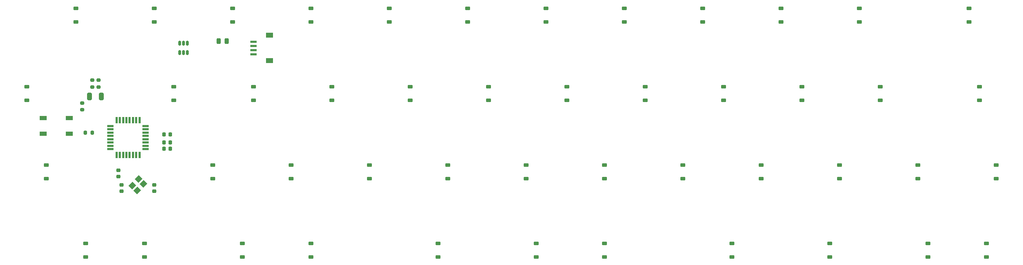
<source format=gbr>
%TF.GenerationSoftware,KiCad,Pcbnew,(7.0.0-rc2-153-g7d6218acb4)*%
%TF.CreationDate,2023-02-26T22:54:42+05:30*%
%TF.ProjectId,40-m0110,34302d6d-3031-4313-902e-6b696361645f,rev?*%
%TF.SameCoordinates,Original*%
%TF.FileFunction,Paste,Bot*%
%TF.FilePolarity,Positive*%
%FSLAX46Y46*%
G04 Gerber Fmt 4.6, Leading zero omitted, Abs format (unit mm)*
G04 Created by KiCad (PCBNEW (7.0.0-rc2-153-g7d6218acb4)) date 2023-02-26 22:54:42*
%MOMM*%
%LPD*%
G01*
G04 APERTURE LIST*
G04 Aperture macros list*
%AMRoundRect*
0 Rectangle with rounded corners*
0 $1 Rounding radius*
0 $2 $3 $4 $5 $6 $7 $8 $9 X,Y pos of 4 corners*
0 Add a 4 corners polygon primitive as box body*
4,1,4,$2,$3,$4,$5,$6,$7,$8,$9,$2,$3,0*
0 Add four circle primitives for the rounded corners*
1,1,$1+$1,$2,$3*
1,1,$1+$1,$4,$5*
1,1,$1+$1,$6,$7*
1,1,$1+$1,$8,$9*
0 Add four rect primitives between the rounded corners*
20,1,$1+$1,$2,$3,$4,$5,0*
20,1,$1+$1,$4,$5,$6,$7,0*
20,1,$1+$1,$6,$7,$8,$9,0*
20,1,$1+$1,$8,$9,$2,$3,0*%
%AMRotRect*
0 Rectangle, with rotation*
0 The origin of the aperture is its center*
0 $1 length*
0 $2 width*
0 $3 Rotation angle, in degrees counterclockwise*
0 Add horizontal line*
21,1,$1,$2,0,0,$3*%
G04 Aperture macros list end*
%ADD10RoundRect,0.225000X0.375000X-0.225000X0.375000X0.225000X-0.375000X0.225000X-0.375000X-0.225000X0*%
%ADD11RoundRect,0.243750X0.243750X0.456250X-0.243750X0.456250X-0.243750X-0.456250X0.243750X-0.456250X0*%
%ADD12RoundRect,0.150000X0.150000X-0.450000X0.150000X0.450000X-0.150000X0.450000X-0.150000X-0.450000X0*%
%ADD13RoundRect,0.250000X-0.325000X-0.650000X0.325000X-0.650000X0.325000X0.650000X-0.325000X0.650000X0*%
%ADD14R,0.550000X1.600000*%
%ADD15R,1.600000X0.550000*%
%ADD16RotRect,1.400000X1.200000X225.000000*%
%ADD17RoundRect,0.200000X-0.200000X-0.275000X0.200000X-0.275000X0.200000X0.275000X-0.200000X0.275000X0*%
%ADD18R,1.550000X0.600000*%
%ADD19R,1.800000X1.200000*%
%ADD20RoundRect,0.225000X-0.250000X0.225000X-0.250000X-0.225000X0.250000X-0.225000X0.250000X0.225000X0*%
%ADD21RoundRect,0.200000X-0.275000X0.200000X-0.275000X-0.200000X0.275000X-0.200000X0.275000X0.200000X0*%
%ADD22RoundRect,0.225000X-0.225000X-0.250000X0.225000X-0.250000X0.225000X0.250000X-0.225000X0.250000X0*%
%ADD23R,1.700000X1.000000*%
G04 APERTURE END LIST*
D10*
%TO.C,D26*%
X40481250Y-49275000D03*
X40481250Y-45975000D03*
%TD*%
%TO.C,D46*%
X245268750Y-49275000D03*
X245268750Y-45975000D03*
%TD*%
%TO.C,D2*%
X57150000Y7875000D03*
X57150000Y11175000D03*
%TD*%
%TO.C,D12*%
X255270000Y7875000D03*
X255270000Y11175000D03*
%TD*%
%TO.C,D33*%
X128587500Y-30225000D03*
X128587500Y-26925000D03*
%TD*%
%TO.C,D25*%
X30956250Y-30225000D03*
X30956250Y-26925000D03*
%TD*%
%TO.C,D15*%
X81280000Y-11175000D03*
X81280000Y-7875000D03*
%TD*%
D11*
%TO.C,F1*%
X74756250Y3175000D03*
X72881250Y3175000D03*
%TD*%
D10*
%TO.C,D18*%
X138430000Y-11175000D03*
X138430000Y-7875000D03*
%TD*%
%TO.C,D24*%
X257810000Y-11175000D03*
X257810000Y-7875000D03*
%TD*%
%TO.C,D10*%
X209550000Y7875000D03*
X209550000Y11175000D03*
%TD*%
%TO.C,D39*%
X185737500Y-30225000D03*
X185737500Y-26925000D03*
%TD*%
%TO.C,D42*%
X197643750Y-49275000D03*
X197643750Y-45975000D03*
%TD*%
%TO.C,D37*%
X166687500Y-30225000D03*
X166687500Y-26925000D03*
%TD*%
D12*
%TO.C,U2*%
X65243750Y362500D03*
X64293750Y362500D03*
X63343750Y362500D03*
X63343750Y2637500D03*
X64293750Y2637500D03*
X65243750Y2637500D03*
%TD*%
D10*
%TO.C,D48*%
X259556250Y-49275000D03*
X259556250Y-45975000D03*
%TD*%
D13*
%TO.C,C5*%
X41387500Y-10318750D03*
X44337500Y-10318750D03*
%TD*%
D14*
%TO.C,U1*%
X53599999Y-24512499D03*
X52799999Y-24512499D03*
X51999999Y-24512499D03*
X51199999Y-24512499D03*
X50399999Y-24512499D03*
X49599999Y-24512499D03*
X48799999Y-24512499D03*
X47999999Y-24512499D03*
D15*
X46549999Y-23062499D03*
X46549999Y-22262499D03*
X46549999Y-21462499D03*
X46549999Y-20662499D03*
X46549999Y-19862499D03*
X46549999Y-19062499D03*
X46549999Y-18262499D03*
X46549999Y-17462499D03*
D14*
X47999999Y-16012499D03*
X48799999Y-16012499D03*
X49599999Y-16012499D03*
X50399999Y-16012499D03*
X51199999Y-16012499D03*
X51999999Y-16012499D03*
X52799999Y-16012499D03*
X53599999Y-16012499D03*
D15*
X55049999Y-17462499D03*
X55049999Y-18262499D03*
X55049999Y-19062499D03*
X55049999Y-19862499D03*
X55049999Y-20662499D03*
X55049999Y-21462499D03*
X55049999Y-22262499D03*
X55049999Y-23062499D03*
%TD*%
D16*
%TO.C,Y1*%
X54560107Y-31573222D03*
X53004472Y-33128857D03*
X51802391Y-31926776D03*
X53358026Y-30371141D03*
%TD*%
D10*
%TO.C,D21*%
X195580000Y-11175000D03*
X195580000Y-7875000D03*
%TD*%
%TO.C,D30*%
X78581250Y-49275000D03*
X78581250Y-45975000D03*
%TD*%
%TO.C,D14*%
X61912500Y-11175000D03*
X61912500Y-7875000D03*
%TD*%
%TO.C,D1*%
X38100000Y7875000D03*
X38100000Y11175000D03*
%TD*%
%TO.C,D34*%
X126206250Y-49275000D03*
X126206250Y-45975000D03*
%TD*%
D17*
%TO.C,R2*%
X40450000Y-19050000D03*
X42100000Y-19050000D03*
%TD*%
D10*
%TO.C,D47*%
X261937500Y-30225000D03*
X261937500Y-26925000D03*
%TD*%
%TO.C,D22*%
X214630000Y-11175000D03*
X214630000Y-7875000D03*
%TD*%
%TO.C,D35*%
X147637500Y-30225000D03*
X147637500Y-26925000D03*
%TD*%
%TO.C,D36*%
X150018750Y-49275000D03*
X150018750Y-45975000D03*
%TD*%
D18*
%TO.C,J1*%
X81318749Y2999999D03*
X81318749Y1999999D03*
X81318749Y999999D03*
X81318749Y0D03*
D19*
X85193749Y4599999D03*
X85193749Y-1599999D03*
%TD*%
D20*
%TO.C,C6*%
X57150000Y-31768750D03*
X57150000Y-33318750D03*
%TD*%
D10*
%TO.C,D43*%
X223837500Y-30225000D03*
X223837500Y-26925000D03*
%TD*%
%TO.C,D13*%
X26193750Y-11175000D03*
X26193750Y-7875000D03*
%TD*%
D21*
%TO.C,R4*%
X42068750Y-6318750D03*
X42068750Y-7968750D03*
%TD*%
D22*
%TO.C,C1*%
X59550000Y-19468750D03*
X61100000Y-19468750D03*
%TD*%
D10*
%TO.C,D23*%
X233680000Y-11175000D03*
X233680000Y-7875000D03*
%TD*%
D22*
%TO.C,C3*%
X59550000Y-21431250D03*
X61100000Y-21431250D03*
%TD*%
D10*
%TO.C,D31*%
X109537500Y-30225000D03*
X109537500Y-26925000D03*
%TD*%
%TO.C,D19*%
X157480000Y-11175000D03*
X157480000Y-7875000D03*
%TD*%
%TO.C,D9*%
X190500000Y7875000D03*
X190500000Y11175000D03*
%TD*%
%TO.C,D17*%
X119380000Y-11175000D03*
X119380000Y-7875000D03*
%TD*%
%TO.C,D29*%
X90487500Y-30225000D03*
X90487500Y-26925000D03*
%TD*%
D23*
%TO.C,SW1*%
X30187499Y-19362499D03*
X36487499Y-19362499D03*
X30187499Y-15562499D03*
X36487499Y-15562499D03*
%TD*%
D10*
%TO.C,D27*%
X71437500Y-30225000D03*
X71437500Y-26925000D03*
%TD*%
%TO.C,D45*%
X242887500Y-30225000D03*
X242887500Y-26925000D03*
%TD*%
D21*
%TO.C,R1*%
X39687500Y-11875000D03*
X39687500Y-13525000D03*
%TD*%
D10*
%TO.C,D7*%
X152400000Y7875000D03*
X152400000Y11175000D03*
%TD*%
%TO.C,D11*%
X228600000Y7875000D03*
X228600000Y11175000D03*
%TD*%
%TO.C,D44*%
X221456250Y-49275000D03*
X221456250Y-45975000D03*
%TD*%
D22*
%TO.C,C4*%
X59550000Y-23018750D03*
X61100000Y-23018750D03*
%TD*%
D10*
%TO.C,D5*%
X114300000Y7875000D03*
X114300000Y11175000D03*
%TD*%
%TO.C,D3*%
X76200000Y7875000D03*
X76200000Y11175000D03*
%TD*%
%TO.C,D28*%
X54768750Y-49275000D03*
X54768750Y-45975000D03*
%TD*%
%TO.C,D32*%
X95250000Y-49275000D03*
X95250000Y-45975000D03*
%TD*%
%TO.C,D6*%
X133350000Y7875000D03*
X133350000Y11175000D03*
%TD*%
%TO.C,D20*%
X176530000Y-11175000D03*
X176530000Y-7875000D03*
%TD*%
%TO.C,D16*%
X100330000Y-11175000D03*
X100330000Y-7875000D03*
%TD*%
%TO.C,D41*%
X204787500Y-30225000D03*
X204787500Y-26925000D03*
%TD*%
%TO.C,D8*%
X171450000Y7875000D03*
X171450000Y11175000D03*
%TD*%
D20*
%TO.C,C2*%
X48418750Y-28218750D03*
X48418750Y-29768750D03*
%TD*%
%TO.C,C7*%
X49212500Y-31768750D03*
X49212500Y-33318750D03*
%TD*%
D10*
%TO.C,D38*%
X166687500Y-49275000D03*
X166687500Y-45975000D03*
%TD*%
D21*
%TO.C,R3*%
X43656250Y-6318750D03*
X43656250Y-7968750D03*
%TD*%
D10*
%TO.C,D4*%
X95250000Y7875000D03*
X95250000Y11175000D03*
%TD*%
M02*

</source>
